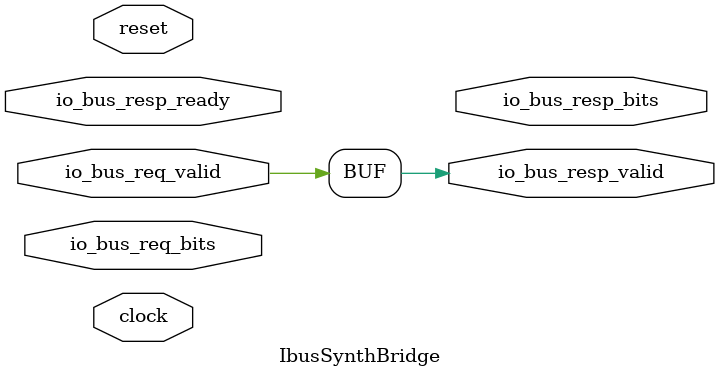
<source format=sv>
module IbusSynthBridge(
  input         clock,
                reset,
                io_bus_resp_ready,
  output        io_bus_resp_valid,
  output [31:0] io_bus_resp_bits,
  input         io_bus_req_valid,
  input  [31:0] io_bus_req_bits
);
  assign io_bus_resp_valid = io_bus_req_valid;
  /* io_bus_resp_bits intentionally undriven for Yosys setundef -anyconst */
endmodule

</source>
